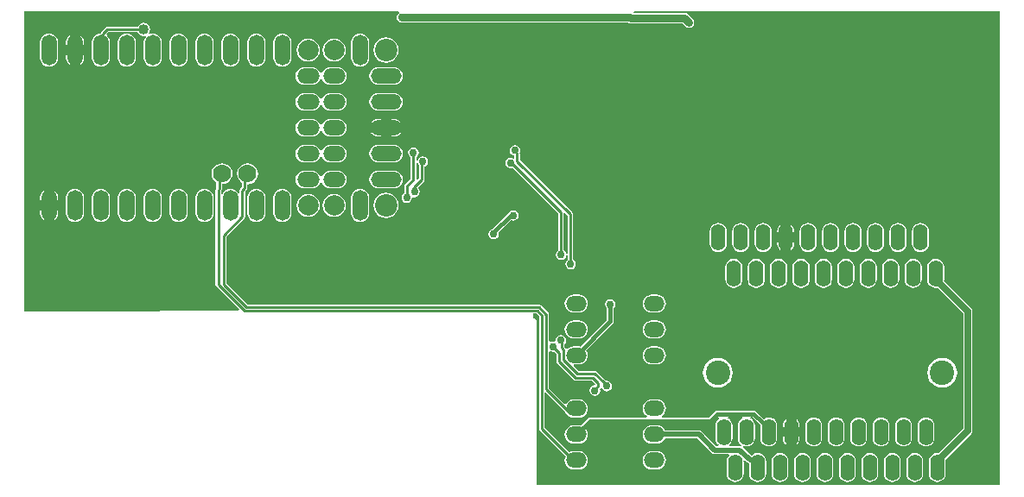
<source format=gbl>
G04*
G04 #@! TF.GenerationSoftware,Altium Limited,Altium Designer,21.0.8 (223)*
G04*
G04 Layer_Physical_Order=2*
G04 Layer_Color=16711680*
%FSLAX25Y25*%
%MOIN*%
G70*
G04*
G04 #@! TF.SameCoordinates,DCAF0548-D6C3-4AC8-9B6B-16820CB23C6F*
G04*
G04*
G04 #@! TF.FilePolarity,Positive*
G04*
G01*
G75*
%ADD10C,0.01000*%
%ADD58C,0.03000*%
%ADD60C,0.01500*%
%ADD61C,0.02000*%
%ADD64C,0.08661*%
%ADD65C,0.07874*%
%ADD66O,0.05906X0.11811*%
%ADD67O,0.11811X0.05906*%
%ADD68O,0.08661X0.05906*%
%ADD69O,0.05512X0.10236*%
%ADD70O,0.07874X0.05906*%
%ADD71C,0.09449*%
%ADD72C,0.03000*%
%ADD73C,0.07000*%
%ADD74C,0.04000*%
%ADD75C,0.02500*%
G36*
X374980Y218720D02*
X196420Y218720D01*
Y282200D01*
X196342Y282590D01*
X196121Y282921D01*
X195790Y283142D01*
X195400Y283220D01*
X195200D01*
Y284980D01*
X196278D01*
X197380Y283878D01*
Y240639D01*
X197458Y240249D01*
X197679Y239918D01*
X207651Y229947D01*
X207352Y229225D01*
X207233Y228324D01*
X207352Y227422D01*
X207700Y226582D01*
X208253Y225861D01*
X208975Y225308D01*
X209814Y224960D01*
X210716Y224841D01*
X212684D01*
X213586Y224960D01*
X214425Y225308D01*
X215147Y225861D01*
X215700Y226582D01*
X216048Y227422D01*
X216167Y228324D01*
X216048Y229225D01*
X215700Y230065D01*
X215147Y230786D01*
X214425Y231340D01*
X213586Y231688D01*
X212684Y231806D01*
X210716D01*
X209814Y231688D01*
X209093Y231389D01*
X199420Y241062D01*
Y254331D01*
X199920Y254538D01*
X207575Y246883D01*
X207700Y246582D01*
X208253Y245861D01*
X208975Y245308D01*
X209814Y244960D01*
X210716Y244841D01*
X212684D01*
X213586Y244960D01*
X214425Y245308D01*
X215147Y245861D01*
X215700Y246582D01*
X216048Y247422D01*
X216167Y248324D01*
X216048Y249225D01*
X215700Y250065D01*
X215147Y250786D01*
X214425Y251340D01*
X213586Y251688D01*
X212684Y251806D01*
X210716D01*
X209814Y251688D01*
X208975Y251340D01*
X208253Y250786D01*
X207823Y250226D01*
X207233Y250109D01*
X201239Y256103D01*
Y270283D01*
X201739Y270550D01*
X201939Y270416D01*
X202720Y270261D01*
X203147Y270346D01*
X204133Y269360D01*
Y266596D01*
X204210Y266205D01*
X204431Y265875D01*
X210827Y259479D01*
X211157Y259258D01*
X211547Y259180D01*
X217794D01*
X219113Y257862D01*
Y257807D01*
X218900Y257339D01*
X218120Y257184D01*
X217458Y256742D01*
X217016Y256080D01*
X216861Y255300D01*
X217016Y254520D01*
X217458Y253858D01*
X218120Y253416D01*
X218900Y253261D01*
X219680Y253416D01*
X220342Y253858D01*
X220784Y254520D01*
X220939Y255300D01*
X220828Y255858D01*
X221029Y256079D01*
X221075Y256093D01*
X221610Y256041D01*
X221933Y255558D01*
X222594Y255116D01*
X223375Y254961D01*
X224155Y255116D01*
X224817Y255558D01*
X225259Y256220D01*
X225414Y257000D01*
X225259Y257780D01*
X224817Y258442D01*
X224155Y258884D01*
X223375Y259039D01*
X223143Y258993D01*
X222353Y259783D01*
X222353Y259783D01*
X219605Y262532D01*
X219274Y262753D01*
X218884Y262830D01*
X212637D01*
X210496Y264972D01*
X210658Y265300D01*
X210757Y265418D01*
X212684D01*
X213586Y265536D01*
X214425Y265884D01*
X215147Y266438D01*
X215700Y267159D01*
X216048Y267999D01*
X216167Y268900D01*
X216048Y269801D01*
X215700Y270641D01*
X215502Y270900D01*
X225701Y281099D01*
X225977Y281512D01*
X226075Y282000D01*
Y287046D01*
X226242Y287158D01*
X226684Y287820D01*
X226839Y288600D01*
X226684Y289380D01*
X226242Y290042D01*
X225580Y290484D01*
X224800Y290639D01*
X224020Y290484D01*
X223358Y290042D01*
X222916Y289380D01*
X222761Y288600D01*
X222916Y287820D01*
X223358Y287158D01*
X223526Y287046D01*
Y282528D01*
X213299Y272302D01*
X212684Y272382D01*
X210716D01*
X209814Y272264D01*
X208975Y271916D01*
X208253Y271362D01*
X208242Y271348D01*
X207708Y271473D01*
X207705Y271486D01*
X207484Y271817D01*
X207102Y272199D01*
Y273232D01*
X207142Y273258D01*
X207584Y273920D01*
X207739Y274700D01*
X207584Y275480D01*
X207142Y276142D01*
X206480Y276584D01*
X205700Y276739D01*
X204920Y276584D01*
X204258Y276142D01*
X203816Y275480D01*
X203661Y274700D01*
X203676Y274622D01*
X203243Y274235D01*
X202720Y274339D01*
X201939Y274184D01*
X201739Y274050D01*
X201239Y274318D01*
Y284602D01*
X201162Y284992D01*
X200941Y285323D01*
X198042Y288221D01*
X197712Y288442D01*
X197321Y288520D01*
X84844D01*
X76705Y296658D01*
Y314678D01*
X83621Y321593D01*
X83842Y321924D01*
X83920Y322314D01*
Y332178D01*
X84473Y332731D01*
X84694Y333062D01*
X84772Y333452D01*
Y334853D01*
X84900Y334965D01*
X85944Y335103D01*
X86917Y335506D01*
X87753Y336147D01*
X88394Y336983D01*
X88797Y337956D01*
X88934Y339000D01*
X88797Y340044D01*
X88394Y341017D01*
X87753Y341853D01*
X86917Y342494D01*
X85944Y342897D01*
X84900Y343035D01*
X83856Y342897D01*
X82883Y342494D01*
X82047Y341853D01*
X81406Y341017D01*
X81003Y340044D01*
X80866Y339000D01*
X81003Y337956D01*
X81406Y336983D01*
X82047Y336147D01*
X82732Y335621D01*
Y333874D01*
X82179Y333321D01*
X81958Y332990D01*
X81880Y332600D01*
Y331438D01*
X81380Y331339D01*
X81316Y331494D01*
X80762Y332215D01*
X80041Y332769D01*
X79201Y333117D01*
X78300Y333235D01*
X77399Y333117D01*
X76559Y332769D01*
X75837Y332215D01*
X75284Y331494D01*
X75120Y331097D01*
X74620Y331196D01*
Y332478D01*
X74637Y332495D01*
X74858Y332826D01*
X74935Y333216D01*
Y334902D01*
X75064Y335015D01*
X76108Y335153D01*
X77081Y335556D01*
X77917Y336197D01*
X78558Y337032D01*
X78961Y338005D01*
X79098Y339050D01*
X78961Y340094D01*
X78558Y341067D01*
X77917Y341902D01*
X77081Y342544D01*
X76108Y342947D01*
X75064Y343084D01*
X74020Y342947D01*
X73046Y342544D01*
X72211Y341902D01*
X71570Y341067D01*
X71167Y340094D01*
X71029Y339050D01*
X71167Y338005D01*
X71570Y337032D01*
X72211Y336197D01*
X72896Y335671D01*
Y333638D01*
X72879Y333621D01*
X72658Y333290D01*
X72580Y332900D01*
Y296200D01*
X72658Y295810D01*
X72879Y295479D01*
X81662Y286696D01*
X81472Y286234D01*
X20047Y285922D01*
X-826Y285816D01*
X-1180Y286168D01*
Y401697D01*
X143189D01*
X143340Y401197D01*
X142958Y400942D01*
X142516Y400280D01*
X142361Y399500D01*
X142516Y398720D01*
X142958Y398058D01*
X143620Y397616D01*
X144400Y397461D01*
X231647D01*
X232013Y397216D01*
X232794Y397061D01*
X232947Y397091D01*
X233100Y397061D01*
X252655D01*
X253758Y395958D01*
X254420Y395516D01*
X255200Y395361D01*
X255980Y395516D01*
X256642Y395958D01*
X257084Y396620D01*
X257239Y397400D01*
X257084Y398180D01*
X256642Y398842D01*
X254942Y400542D01*
X254280Y400984D01*
X253500Y401139D01*
X233959D01*
X233907Y401197D01*
X234132Y401697D01*
X374980D01*
Y218720D01*
D02*
G37*
%LPC*%
G36*
X20268Y392594D02*
Y388769D01*
X21782D01*
Y389753D01*
X21664Y390654D01*
X21316Y391494D01*
X20763Y392215D01*
X20268Y392594D01*
D02*
G37*
G36*
X16331D02*
X15837Y392215D01*
X15284Y391494D01*
X14936Y390654D01*
X14818Y389753D01*
Y388769D01*
X16331D01*
Y392594D01*
D02*
G37*
G36*
X118300Y391275D02*
X117142Y391123D01*
X116062Y390676D01*
X115136Y389965D01*
X114424Y389038D01*
X113977Y387958D01*
X113825Y386800D01*
X113977Y385642D01*
X114424Y384562D01*
X115136Y383635D01*
X116062Y382924D01*
X117142Y382477D01*
X118300Y382325D01*
X119458Y382477D01*
X120538Y382924D01*
X121465Y383635D01*
X122176Y384562D01*
X122623Y385642D01*
X122775Y386800D01*
X122623Y387958D01*
X122176Y389038D01*
X121465Y389965D01*
X120538Y390676D01*
X119458Y391123D01*
X118300Y391275D01*
D02*
G37*
G36*
X108300D02*
X107142Y391123D01*
X106062Y390676D01*
X105136Y389965D01*
X104424Y389038D01*
X103977Y387958D01*
X103825Y386800D01*
X103977Y385642D01*
X104424Y384562D01*
X105136Y383635D01*
X106062Y382924D01*
X107142Y382477D01*
X108300Y382325D01*
X109458Y382477D01*
X110538Y382924D01*
X111465Y383635D01*
X112176Y384562D01*
X112623Y385642D01*
X112775Y386800D01*
X112623Y387958D01*
X112176Y389038D01*
X111465Y389965D01*
X110538Y390676D01*
X109458Y391123D01*
X108300Y391275D01*
D02*
G37*
G36*
X138300Y391672D02*
X137039Y391506D01*
X135864Y391020D01*
X134855Y390245D01*
X134080Y389236D01*
X133594Y388061D01*
X133428Y386800D01*
X133594Y385539D01*
X134080Y384364D01*
X134855Y383355D01*
X135864Y382580D01*
X137039Y382094D01*
X138300Y381928D01*
X139561Y382094D01*
X140736Y382580D01*
X141745Y383355D01*
X142520Y384364D01*
X143006Y385539D01*
X143172Y386800D01*
X143006Y388061D01*
X142520Y389236D01*
X141745Y390245D01*
X140736Y391020D01*
X139561Y391506D01*
X138300Y391672D01*
D02*
G37*
G36*
X21782Y384832D02*
X20268D01*
Y381006D01*
X20763Y381385D01*
X21316Y382106D01*
X21664Y382946D01*
X21782Y383847D01*
Y384832D01*
D02*
G37*
G36*
X16331D02*
X14818D01*
Y383847D01*
X14936Y382946D01*
X15284Y382106D01*
X15837Y381385D01*
X16331Y381006D01*
Y384832D01*
D02*
G37*
G36*
X128300Y393235D02*
X127399Y393117D01*
X126559Y392769D01*
X125838Y392215D01*
X125284Y391494D01*
X124936Y390654D01*
X124818Y389753D01*
Y383847D01*
X124936Y382946D01*
X125284Y382106D01*
X125838Y381385D01*
X126559Y380831D01*
X127399Y380483D01*
X128300Y380365D01*
X129201Y380483D01*
X130041Y380831D01*
X130763Y381385D01*
X131316Y382106D01*
X131664Y382946D01*
X131782Y383847D01*
Y389753D01*
X131664Y390654D01*
X131316Y391494D01*
X130763Y392215D01*
X130041Y392769D01*
X129201Y393117D01*
X128300Y393235D01*
D02*
G37*
G36*
X98300D02*
X97399Y393117D01*
X96559Y392769D01*
X95837Y392215D01*
X95284Y391494D01*
X94936Y390654D01*
X94818Y389753D01*
Y383847D01*
X94936Y382946D01*
X95284Y382106D01*
X95837Y381385D01*
X96559Y380831D01*
X97399Y380483D01*
X98300Y380365D01*
X99201Y380483D01*
X100041Y380831D01*
X100762Y381385D01*
X101316Y382106D01*
X101664Y382946D01*
X101783Y383847D01*
Y389753D01*
X101664Y390654D01*
X101316Y391494D01*
X100762Y392215D01*
X100041Y392769D01*
X99201Y393117D01*
X98300Y393235D01*
D02*
G37*
G36*
X88300D02*
X87399Y393117D01*
X86559Y392769D01*
X85838Y392215D01*
X85284Y391494D01*
X84936Y390654D01*
X84817Y389753D01*
Y383847D01*
X84936Y382946D01*
X85284Y382106D01*
X85838Y381385D01*
X86559Y380831D01*
X87399Y380483D01*
X88300Y380365D01*
X89201Y380483D01*
X90041Y380831D01*
X90763Y381385D01*
X91316Y382106D01*
X91664Y382946D01*
X91782Y383847D01*
Y389753D01*
X91664Y390654D01*
X91316Y391494D01*
X90763Y392215D01*
X90041Y392769D01*
X89201Y393117D01*
X88300Y393235D01*
D02*
G37*
G36*
X78300D02*
X77399Y393117D01*
X76559Y392769D01*
X75837Y392215D01*
X75284Y391494D01*
X74936Y390654D01*
X74818Y389753D01*
Y383847D01*
X74936Y382946D01*
X75284Y382106D01*
X75837Y381385D01*
X76559Y380831D01*
X77399Y380483D01*
X78300Y380365D01*
X79201Y380483D01*
X80041Y380831D01*
X80762Y381385D01*
X81316Y382106D01*
X81664Y382946D01*
X81783Y383847D01*
Y389753D01*
X81664Y390654D01*
X81316Y391494D01*
X80762Y392215D01*
X80041Y392769D01*
X79201Y393117D01*
X78300Y393235D01*
D02*
G37*
G36*
X68300D02*
X67399Y393117D01*
X66559Y392769D01*
X65838Y392215D01*
X65284Y391494D01*
X64936Y390654D01*
X64818Y389753D01*
Y383847D01*
X64936Y382946D01*
X65284Y382106D01*
X65838Y381385D01*
X66559Y380831D01*
X67399Y380483D01*
X68300Y380365D01*
X69201Y380483D01*
X70041Y380831D01*
X70762Y381385D01*
X71316Y382106D01*
X71664Y382946D01*
X71782Y383847D01*
Y389753D01*
X71664Y390654D01*
X71316Y391494D01*
X70762Y392215D01*
X70041Y392769D01*
X69201Y393117D01*
X68300Y393235D01*
D02*
G37*
G36*
X58300D02*
X57399Y393117D01*
X56559Y392769D01*
X55838Y392215D01*
X55284Y391494D01*
X54936Y390654D01*
X54817Y389753D01*
Y383847D01*
X54936Y382946D01*
X55284Y382106D01*
X55838Y381385D01*
X56559Y380831D01*
X57399Y380483D01*
X58300Y380365D01*
X59201Y380483D01*
X60041Y380831D01*
X60763Y381385D01*
X61316Y382106D01*
X61664Y382946D01*
X61782Y383847D01*
Y389753D01*
X61664Y390654D01*
X61316Y391494D01*
X60763Y392215D01*
X60041Y392769D01*
X59201Y393117D01*
X58300Y393235D01*
D02*
G37*
G36*
X44800Y397349D02*
X43824Y397155D01*
X42998Y396602D01*
X42474Y395820D01*
X30885D01*
X30494Y395742D01*
X30164Y395521D01*
X28480Y393838D01*
X28259Y393507D01*
X28203Y393222D01*
X27399Y393117D01*
X26559Y392769D01*
X25837Y392215D01*
X25284Y391494D01*
X24936Y390654D01*
X24817Y389753D01*
Y383847D01*
X24936Y382946D01*
X25284Y382106D01*
X25837Y381385D01*
X26559Y380831D01*
X27399Y380483D01*
X28300Y380365D01*
X29201Y380483D01*
X30041Y380831D01*
X30762Y381385D01*
X31316Y382106D01*
X31664Y382946D01*
X31782Y383847D01*
Y389753D01*
X31664Y390654D01*
X31316Y391494D01*
X30762Y392215D01*
X30585Y392351D01*
X30542Y393015D01*
X31307Y393780D01*
X42474D01*
X42998Y392998D01*
X43824Y392445D01*
X44800Y392251D01*
X45313Y392353D01*
X45595Y391899D01*
X45284Y391494D01*
X44936Y390654D01*
X44818Y389753D01*
Y383847D01*
X44936Y382946D01*
X45284Y382106D01*
X45838Y381385D01*
X46559Y380831D01*
X47399Y380483D01*
X48300Y380365D01*
X49201Y380483D01*
X50041Y380831D01*
X50762Y381385D01*
X51316Y382106D01*
X51664Y382946D01*
X51783Y383847D01*
Y389753D01*
X51664Y390654D01*
X51316Y391494D01*
X50762Y392215D01*
X50041Y392769D01*
X49201Y393117D01*
X48300Y393235D01*
X47399Y393117D01*
X47239Y393051D01*
X46908Y393455D01*
X47155Y393825D01*
X47349Y394800D01*
X47155Y395776D01*
X46602Y396602D01*
X45775Y397155D01*
X44800Y397349D01*
D02*
G37*
G36*
X38300Y393235D02*
X37399Y393117D01*
X36559Y392769D01*
X35838Y392215D01*
X35284Y391494D01*
X34936Y390654D01*
X34817Y389753D01*
Y383847D01*
X34936Y382946D01*
X35284Y382106D01*
X35838Y381385D01*
X36559Y380831D01*
X37399Y380483D01*
X38300Y380365D01*
X39201Y380483D01*
X40041Y380831D01*
X40762Y381385D01*
X41316Y382106D01*
X41664Y382946D01*
X41783Y383847D01*
Y389753D01*
X41664Y390654D01*
X41316Y391494D01*
X40762Y392215D01*
X40041Y392769D01*
X39201Y393117D01*
X38300Y393235D01*
D02*
G37*
G36*
X8300D02*
X7399Y393117D01*
X6559Y392769D01*
X5838Y392215D01*
X5284Y391494D01*
X4936Y390654D01*
X4817Y389753D01*
Y383847D01*
X4936Y382946D01*
X5284Y382106D01*
X5838Y381385D01*
X6559Y380831D01*
X7399Y380483D01*
X8300Y380365D01*
X9201Y380483D01*
X10041Y380831D01*
X10763Y381385D01*
X11316Y382106D01*
X11664Y382946D01*
X11783Y383847D01*
Y389753D01*
X11664Y390654D01*
X11316Y391494D01*
X10763Y392215D01*
X10041Y392769D01*
X9201Y393117D01*
X8300Y393235D01*
D02*
G37*
G36*
X119678Y380282D02*
X116922D01*
X116021Y380164D01*
X115181Y379816D01*
X114460Y379262D01*
X113906Y378541D01*
X113558Y377701D01*
X113552Y377656D01*
X113048D01*
X113042Y377701D01*
X112694Y378541D01*
X112141Y379262D01*
X111419Y379816D01*
X110579Y380164D01*
X109678Y380282D01*
X106922D01*
X106021Y380164D01*
X105181Y379816D01*
X104460Y379262D01*
X103906Y378541D01*
X103558Y377701D01*
X103439Y376800D01*
X103558Y375899D01*
X103906Y375059D01*
X104460Y374338D01*
X105181Y373784D01*
X106021Y373436D01*
X106922Y373318D01*
X109678D01*
X110579Y373436D01*
X111419Y373784D01*
X112141Y374338D01*
X112694Y375059D01*
X113042Y375899D01*
X113048Y375944D01*
X113552D01*
X113558Y375899D01*
X113906Y375059D01*
X114460Y374338D01*
X115181Y373784D01*
X116021Y373436D01*
X116922Y373318D01*
X119678D01*
X120579Y373436D01*
X121419Y373784D01*
X122141Y374338D01*
X122694Y375059D01*
X123042Y375899D01*
X123161Y376800D01*
X123042Y377701D01*
X122694Y378541D01*
X122141Y379262D01*
X121419Y379816D01*
X120579Y380164D01*
X119678Y380282D01*
D02*
G37*
G36*
X141253D02*
X135347D01*
X134446Y380164D01*
X133606Y379816D01*
X132885Y379262D01*
X132331Y378541D01*
X131983Y377701D01*
X131865Y376800D01*
X131983Y375899D01*
X132331Y375059D01*
X132885Y374338D01*
X133606Y373784D01*
X134446Y373436D01*
X135347Y373318D01*
X141253D01*
X142154Y373436D01*
X142994Y373784D01*
X143715Y374338D01*
X144269Y375059D01*
X144617Y375899D01*
X144735Y376800D01*
X144617Y377701D01*
X144269Y378541D01*
X143715Y379262D01*
X142994Y379816D01*
X142154Y380164D01*
X141253Y380282D01*
D02*
G37*
G36*
X119678Y370283D02*
X116922D01*
X116021Y370164D01*
X115181Y369816D01*
X114460Y369263D01*
X113906Y368541D01*
X113558Y367701D01*
X113552Y367656D01*
X113048D01*
X113042Y367701D01*
X112694Y368541D01*
X112141Y369263D01*
X111419Y369816D01*
X110579Y370164D01*
X109678Y370283D01*
X106922D01*
X106021Y370164D01*
X105181Y369816D01*
X104460Y369263D01*
X103906Y368541D01*
X103558Y367701D01*
X103439Y366800D01*
X103558Y365899D01*
X103906Y365059D01*
X104460Y364337D01*
X105181Y363784D01*
X106021Y363436D01*
X106922Y363317D01*
X109678D01*
X110579Y363436D01*
X111419Y363784D01*
X112141Y364337D01*
X112694Y365059D01*
X113042Y365899D01*
X113048Y365944D01*
X113552D01*
X113558Y365899D01*
X113906Y365059D01*
X114460Y364337D01*
X115181Y363784D01*
X116021Y363436D01*
X116922Y363317D01*
X119678D01*
X120579Y363436D01*
X121419Y363784D01*
X122141Y364337D01*
X122694Y365059D01*
X123042Y365899D01*
X123161Y366800D01*
X123042Y367701D01*
X122694Y368541D01*
X122141Y369263D01*
X121419Y369816D01*
X120579Y370164D01*
X119678Y370283D01*
D02*
G37*
G36*
X141253D02*
X135347D01*
X134446Y370164D01*
X133606Y369816D01*
X132885Y369263D01*
X132331Y368541D01*
X131983Y367701D01*
X131865Y366800D01*
X131983Y365899D01*
X132331Y365059D01*
X132885Y364337D01*
X133606Y363784D01*
X134446Y363436D01*
X135347Y363317D01*
X141253D01*
X142154Y363436D01*
X142994Y363784D01*
X143715Y364337D01*
X144269Y365059D01*
X144617Y365899D01*
X144735Y366800D01*
X144617Y367701D01*
X144269Y368541D01*
X143715Y369263D01*
X142994Y369816D01*
X142154Y370164D01*
X141253Y370283D01*
D02*
G37*
G36*
Y360282D02*
X140269D01*
Y358769D01*
X144094D01*
X143715Y359262D01*
X142994Y359816D01*
X142154Y360164D01*
X141253Y360282D01*
D02*
G37*
G36*
X136331D02*
X135347D01*
X134446Y360164D01*
X133606Y359816D01*
X132885Y359262D01*
X132506Y358769D01*
X136331D01*
Y360282D01*
D02*
G37*
G36*
X119678D02*
X116922D01*
X116021Y360164D01*
X115181Y359816D01*
X114460Y359262D01*
X113906Y358541D01*
X113558Y357701D01*
X113552Y357656D01*
X113048D01*
X113042Y357701D01*
X112694Y358541D01*
X112141Y359262D01*
X111419Y359816D01*
X110579Y360164D01*
X109678Y360282D01*
X106922D01*
X106021Y360164D01*
X105181Y359816D01*
X104460Y359262D01*
X103906Y358541D01*
X103558Y357701D01*
X103439Y356800D01*
X103558Y355899D01*
X103906Y355059D01*
X104460Y354338D01*
X105181Y353784D01*
X106021Y353436D01*
X106922Y353317D01*
X109678D01*
X110579Y353436D01*
X111419Y353784D01*
X112141Y354338D01*
X112694Y355059D01*
X113042Y355899D01*
X113048Y355944D01*
X113552D01*
X113558Y355899D01*
X113906Y355059D01*
X114460Y354338D01*
X115181Y353784D01*
X116021Y353436D01*
X116922Y353317D01*
X119678D01*
X120579Y353436D01*
X121419Y353784D01*
X122141Y354338D01*
X122694Y355059D01*
X123042Y355899D01*
X123161Y356800D01*
X123042Y357701D01*
X122694Y358541D01*
X122141Y359262D01*
X121419Y359816D01*
X120579Y360164D01*
X119678Y360282D01*
D02*
G37*
G36*
X144094Y354832D02*
X140269D01*
Y353317D01*
X141253D01*
X142154Y353436D01*
X142994Y353784D01*
X143715Y354338D01*
X144094Y354832D01*
D02*
G37*
G36*
X136331D02*
X132506D01*
X132885Y354338D01*
X133606Y353784D01*
X134446Y353436D01*
X135347Y353317D01*
X136331D01*
Y354832D01*
D02*
G37*
G36*
X119678Y350283D02*
X116922D01*
X116021Y350164D01*
X115181Y349816D01*
X114460Y349262D01*
X113906Y348541D01*
X113558Y347701D01*
X113552Y347656D01*
X113048D01*
X113042Y347701D01*
X112694Y348541D01*
X112141Y349262D01*
X111419Y349816D01*
X110579Y350164D01*
X109678Y350283D01*
X106922D01*
X106021Y350164D01*
X105181Y349816D01*
X104460Y349262D01*
X103906Y348541D01*
X103558Y347701D01*
X103439Y346800D01*
X103558Y345899D01*
X103906Y345059D01*
X104460Y344338D01*
X105181Y343784D01*
X106021Y343436D01*
X106922Y343318D01*
X109678D01*
X110579Y343436D01*
X111419Y343784D01*
X112141Y344338D01*
X112694Y345059D01*
X113042Y345899D01*
X113048Y345944D01*
X113552D01*
X113558Y345899D01*
X113906Y345059D01*
X114460Y344338D01*
X115181Y343784D01*
X116021Y343436D01*
X116922Y343318D01*
X119678D01*
X120579Y343436D01*
X121419Y343784D01*
X122141Y344338D01*
X122694Y345059D01*
X123042Y345899D01*
X123161Y346800D01*
X123042Y347701D01*
X122694Y348541D01*
X122141Y349262D01*
X121419Y349816D01*
X120579Y350164D01*
X119678Y350283D01*
D02*
G37*
G36*
X188100Y350039D02*
X187320Y349884D01*
X186658Y349442D01*
X186216Y348780D01*
X186061Y348000D01*
X186216Y347220D01*
X186658Y346558D01*
X187320Y346116D01*
X187880Y346005D01*
Y345151D01*
X187380Y344883D01*
X187080Y345084D01*
X186300Y345239D01*
X185520Y345084D01*
X184858Y344642D01*
X184416Y343980D01*
X184261Y343200D01*
X184416Y342420D01*
X184858Y341758D01*
X185520Y341316D01*
X186300Y341161D01*
X187080Y341316D01*
X187177Y341381D01*
X204874Y323684D01*
Y309430D01*
X204452Y309148D01*
X204010Y308487D01*
X203855Y307706D01*
X204010Y306926D01*
X204452Y306264D01*
X205113Y305822D01*
X205894Y305667D01*
X206674Y305822D01*
X207336Y306264D01*
X207778Y306926D01*
X207933Y307706D01*
X207778Y308487D01*
X207336Y309148D01*
X206913Y309430D01*
Y323766D01*
X207413Y323973D01*
X208480Y322906D01*
Y305824D01*
X208058Y305542D01*
X207616Y304880D01*
X207461Y304100D01*
X207616Y303320D01*
X208058Y302658D01*
X208720Y302216D01*
X209500Y302061D01*
X210280Y302216D01*
X210942Y302658D01*
X211384Y303320D01*
X211539Y304100D01*
X211384Y304880D01*
X210942Y305542D01*
X210520Y305824D01*
Y323328D01*
X210442Y323719D01*
X210221Y324049D01*
X189920Y344351D01*
Y346800D01*
X189870Y347049D01*
X189984Y347220D01*
X190139Y348000D01*
X189984Y348780D01*
X189542Y349442D01*
X188880Y349884D01*
X188100Y350039D01*
D02*
G37*
G36*
X141253Y350283D02*
X135347D01*
X134446Y350164D01*
X133606Y349816D01*
X132885Y349262D01*
X132331Y348541D01*
X131983Y347701D01*
X131865Y346800D01*
X131983Y345899D01*
X132331Y345059D01*
X132885Y344338D01*
X133606Y343784D01*
X134446Y343436D01*
X135347Y343318D01*
X141253D01*
X142154Y343436D01*
X142994Y343784D01*
X143715Y344338D01*
X144269Y345059D01*
X144617Y345899D01*
X144735Y346800D01*
X144617Y347701D01*
X144269Y348541D01*
X143715Y349262D01*
X142994Y349816D01*
X142154Y350164D01*
X141253Y350283D01*
D02*
G37*
G36*
X119678Y340283D02*
X116922D01*
X116021Y340164D01*
X115181Y339816D01*
X114460Y339263D01*
X113906Y338541D01*
X113558Y337701D01*
X113552Y337656D01*
X113048D01*
X113042Y337701D01*
X112694Y338541D01*
X112141Y339263D01*
X111419Y339816D01*
X110579Y340164D01*
X109678Y340283D01*
X106922D01*
X106021Y340164D01*
X105181Y339816D01*
X104460Y339263D01*
X103906Y338541D01*
X103558Y337701D01*
X103439Y336800D01*
X103558Y335899D01*
X103906Y335059D01*
X104460Y334337D01*
X105181Y333784D01*
X106021Y333436D01*
X106922Y333317D01*
X109678D01*
X110579Y333436D01*
X111419Y333784D01*
X112141Y334337D01*
X112694Y335059D01*
X113042Y335899D01*
X113048Y335944D01*
X113552D01*
X113558Y335899D01*
X113906Y335059D01*
X114460Y334337D01*
X115181Y333784D01*
X116021Y333436D01*
X116922Y333317D01*
X119678D01*
X120579Y333436D01*
X121419Y333784D01*
X122141Y334337D01*
X122694Y335059D01*
X123042Y335899D01*
X123161Y336800D01*
X123042Y337701D01*
X122694Y338541D01*
X122141Y339263D01*
X121419Y339816D01*
X120579Y340164D01*
X119678Y340283D01*
D02*
G37*
G36*
X141253D02*
X135347D01*
X134446Y340164D01*
X133606Y339816D01*
X132885Y339263D01*
X132331Y338541D01*
X131983Y337701D01*
X131865Y336800D01*
X131983Y335899D01*
X132331Y335059D01*
X132885Y334337D01*
X133606Y333784D01*
X134446Y333436D01*
X135347Y333317D01*
X141253D01*
X142154Y333436D01*
X142994Y333784D01*
X143715Y334337D01*
X144269Y335059D01*
X144617Y335899D01*
X144735Y336800D01*
X144617Y337701D01*
X144269Y338541D01*
X143715Y339263D01*
X142994Y339816D01*
X142154Y340164D01*
X141253Y340283D01*
D02*
G37*
G36*
X148900Y349239D02*
X148120Y349084D01*
X147458Y348642D01*
X147016Y347980D01*
X146861Y347200D01*
X147016Y346420D01*
X147458Y345758D01*
X147880Y345476D01*
Y337222D01*
X145579Y334921D01*
X145358Y334590D01*
X145280Y334200D01*
Y331488D01*
X144875Y331218D01*
X144433Y330556D01*
X144278Y329776D01*
X144433Y328995D01*
X144875Y328334D01*
X145537Y327892D01*
X146317Y327736D01*
X147098Y327892D01*
X147759Y328334D01*
X148201Y328995D01*
X148338Y329681D01*
X148384Y329793D01*
X148810Y330058D01*
X149300Y329961D01*
X150080Y330116D01*
X150742Y330558D01*
X151184Y331220D01*
X151339Y332000D01*
X151184Y332780D01*
X150742Y333442D01*
X150735Y333447D01*
X150686Y333944D01*
X152921Y336179D01*
X153142Y336510D01*
X153220Y336900D01*
Y341804D01*
X153280Y341816D01*
X153942Y342258D01*
X154384Y342920D01*
X154539Y343700D01*
X154384Y344480D01*
X153942Y345142D01*
X153280Y345584D01*
X152500Y345739D01*
X151720Y345584D01*
X151058Y345142D01*
X150616Y344480D01*
X150461Y343700D01*
X150616Y342920D01*
X151058Y342258D01*
X151180Y342176D01*
Y337322D01*
X150373Y336514D01*
X149912Y336761D01*
X149920Y336800D01*
Y345476D01*
X150342Y345758D01*
X150784Y346420D01*
X150939Y347200D01*
X150784Y347980D01*
X150342Y348642D01*
X149680Y349084D01*
X148900Y349239D01*
D02*
G37*
G36*
X10268Y332594D02*
Y328768D01*
X11783D01*
Y329753D01*
X11664Y330654D01*
X11316Y331494D01*
X10763Y332215D01*
X10268Y332594D01*
D02*
G37*
G36*
X6331D02*
X5838Y332215D01*
X5284Y331494D01*
X4936Y330654D01*
X4817Y329753D01*
Y328768D01*
X6331D01*
Y332594D01*
D02*
G37*
G36*
X118300Y331275D02*
X117142Y331123D01*
X116062Y330676D01*
X115136Y329964D01*
X114424Y329038D01*
X113977Y327958D01*
X113825Y326800D01*
X113977Y325642D01*
X114424Y324562D01*
X115136Y323636D01*
X116062Y322924D01*
X117142Y322477D01*
X118300Y322325D01*
X119458Y322477D01*
X120538Y322924D01*
X121465Y323636D01*
X122176Y324562D01*
X122623Y325642D01*
X122775Y326800D01*
X122623Y327958D01*
X122176Y329038D01*
X121465Y329964D01*
X120538Y330676D01*
X119458Y331123D01*
X118300Y331275D01*
D02*
G37*
G36*
X108300D02*
X107142Y331123D01*
X106062Y330676D01*
X105136Y329964D01*
X104424Y329038D01*
X103977Y327958D01*
X103825Y326800D01*
X103977Y325642D01*
X104424Y324562D01*
X105136Y323636D01*
X106062Y322924D01*
X107142Y322477D01*
X108300Y322325D01*
X109458Y322477D01*
X110538Y322924D01*
X111465Y323636D01*
X112176Y324562D01*
X112623Y325642D01*
X112775Y326800D01*
X112623Y327958D01*
X112176Y329038D01*
X111465Y329964D01*
X110538Y330676D01*
X109458Y331123D01*
X108300Y331275D01*
D02*
G37*
G36*
X138300Y331672D02*
X137039Y331506D01*
X135864Y331020D01*
X134855Y330245D01*
X134080Y329236D01*
X133594Y328061D01*
X133428Y326800D01*
X133594Y325539D01*
X134080Y324364D01*
X134855Y323355D01*
X135864Y322580D01*
X137039Y322094D01*
X138300Y321928D01*
X139561Y322094D01*
X140736Y322580D01*
X141745Y323355D01*
X142520Y324364D01*
X143006Y325539D01*
X143172Y326800D01*
X143006Y328061D01*
X142520Y329236D01*
X141745Y330245D01*
X140736Y331020D01*
X139561Y331506D01*
X138300Y331672D01*
D02*
G37*
G36*
X11783Y324832D02*
X10268D01*
Y321006D01*
X10763Y321385D01*
X11316Y322106D01*
X11664Y322946D01*
X11783Y323847D01*
Y324832D01*
D02*
G37*
G36*
X6331D02*
X4817D01*
Y323847D01*
X4936Y322946D01*
X5284Y322106D01*
X5838Y321385D01*
X6331Y321006D01*
Y324832D01*
D02*
G37*
G36*
X187400Y324939D02*
X186620Y324784D01*
X185958Y324342D01*
X185757Y324040D01*
X185399Y323801D01*
X179222Y317624D01*
X179020Y317584D01*
X178358Y317142D01*
X177916Y316480D01*
X177761Y315700D01*
X177916Y314920D01*
X178358Y314258D01*
X179020Y313816D01*
X179800Y313661D01*
X180580Y313816D01*
X181242Y314258D01*
X181684Y314920D01*
X181839Y315700D01*
X181684Y316480D01*
X181684Y316481D01*
X186379Y321177D01*
X186620Y321016D01*
X187400Y320861D01*
X188180Y321016D01*
X188842Y321458D01*
X189284Y322120D01*
X189439Y322900D01*
X189284Y323680D01*
X188842Y324342D01*
X188180Y324784D01*
X187400Y324939D01*
D02*
G37*
G36*
X128300Y333235D02*
X127399Y333117D01*
X126559Y332769D01*
X125838Y332215D01*
X125284Y331494D01*
X124936Y330654D01*
X124818Y329753D01*
Y323847D01*
X124936Y322946D01*
X125284Y322106D01*
X125838Y321385D01*
X126559Y320831D01*
X127399Y320483D01*
X128300Y320365D01*
X129201Y320483D01*
X130041Y320831D01*
X130763Y321385D01*
X131316Y322106D01*
X131664Y322946D01*
X131782Y323847D01*
Y329753D01*
X131664Y330654D01*
X131316Y331494D01*
X130763Y332215D01*
X130041Y332769D01*
X129201Y333117D01*
X128300Y333235D01*
D02*
G37*
G36*
X98300D02*
X97399Y333117D01*
X96559Y332769D01*
X95837Y332215D01*
X95284Y331494D01*
X94936Y330654D01*
X94818Y329753D01*
Y323847D01*
X94936Y322946D01*
X95284Y322106D01*
X95837Y321385D01*
X96559Y320831D01*
X97399Y320483D01*
X98300Y320365D01*
X99201Y320483D01*
X100041Y320831D01*
X100762Y321385D01*
X101316Y322106D01*
X101664Y322946D01*
X101783Y323847D01*
Y329753D01*
X101664Y330654D01*
X101316Y331494D01*
X100762Y332215D01*
X100041Y332769D01*
X99201Y333117D01*
X98300Y333235D01*
D02*
G37*
G36*
X88300D02*
X87399Y333117D01*
X86559Y332769D01*
X85838Y332215D01*
X85284Y331494D01*
X84936Y330654D01*
X84817Y329753D01*
Y323847D01*
X84936Y322946D01*
X85284Y322106D01*
X85838Y321385D01*
X86559Y320831D01*
X87399Y320483D01*
X88300Y320365D01*
X89201Y320483D01*
X90041Y320831D01*
X90763Y321385D01*
X91316Y322106D01*
X91664Y322946D01*
X91782Y323847D01*
Y329753D01*
X91664Y330654D01*
X91316Y331494D01*
X90763Y332215D01*
X90041Y332769D01*
X89201Y333117D01*
X88300Y333235D01*
D02*
G37*
G36*
X68300D02*
X67399Y333117D01*
X66559Y332769D01*
X65838Y332215D01*
X65284Y331494D01*
X64936Y330654D01*
X64818Y329753D01*
Y323847D01*
X64936Y322946D01*
X65284Y322106D01*
X65838Y321385D01*
X66559Y320831D01*
X67399Y320483D01*
X68300Y320365D01*
X69201Y320483D01*
X70041Y320831D01*
X70762Y321385D01*
X71316Y322106D01*
X71664Y322946D01*
X71782Y323847D01*
Y329753D01*
X71664Y330654D01*
X71316Y331494D01*
X70762Y332215D01*
X70041Y332769D01*
X69201Y333117D01*
X68300Y333235D01*
D02*
G37*
G36*
X58300D02*
X57399Y333117D01*
X56559Y332769D01*
X55838Y332215D01*
X55284Y331494D01*
X54936Y330654D01*
X54817Y329753D01*
Y323847D01*
X54936Y322946D01*
X55284Y322106D01*
X55838Y321385D01*
X56559Y320831D01*
X57399Y320483D01*
X58300Y320365D01*
X59201Y320483D01*
X60041Y320831D01*
X60763Y321385D01*
X61316Y322106D01*
X61664Y322946D01*
X61782Y323847D01*
Y329753D01*
X61664Y330654D01*
X61316Y331494D01*
X60763Y332215D01*
X60041Y332769D01*
X59201Y333117D01*
X58300Y333235D01*
D02*
G37*
G36*
X48300D02*
X47399Y333117D01*
X46559Y332769D01*
X45838Y332215D01*
X45284Y331494D01*
X44936Y330654D01*
X44818Y329753D01*
Y323847D01*
X44936Y322946D01*
X45284Y322106D01*
X45838Y321385D01*
X46559Y320831D01*
X47399Y320483D01*
X48300Y320365D01*
X49201Y320483D01*
X50041Y320831D01*
X50762Y321385D01*
X51316Y322106D01*
X51664Y322946D01*
X51783Y323847D01*
Y329753D01*
X51664Y330654D01*
X51316Y331494D01*
X50762Y332215D01*
X50041Y332769D01*
X49201Y333117D01*
X48300Y333235D01*
D02*
G37*
G36*
X38300D02*
X37399Y333117D01*
X36559Y332769D01*
X35838Y332215D01*
X35284Y331494D01*
X34936Y330654D01*
X34817Y329753D01*
Y323847D01*
X34936Y322946D01*
X35284Y322106D01*
X35838Y321385D01*
X36559Y320831D01*
X37399Y320483D01*
X38300Y320365D01*
X39201Y320483D01*
X40041Y320831D01*
X40762Y321385D01*
X41316Y322106D01*
X41664Y322946D01*
X41783Y323847D01*
Y329753D01*
X41664Y330654D01*
X41316Y331494D01*
X40762Y332215D01*
X40041Y332769D01*
X39201Y333117D01*
X38300Y333235D01*
D02*
G37*
G36*
X28300D02*
X27399Y333117D01*
X26559Y332769D01*
X25837Y332215D01*
X25284Y331494D01*
X24936Y330654D01*
X24817Y329753D01*
Y323847D01*
X24936Y322946D01*
X25284Y322106D01*
X25837Y321385D01*
X26559Y320831D01*
X27399Y320483D01*
X28300Y320365D01*
X29201Y320483D01*
X30041Y320831D01*
X30762Y321385D01*
X31316Y322106D01*
X31664Y322946D01*
X31782Y323847D01*
Y329753D01*
X31664Y330654D01*
X31316Y331494D01*
X30762Y332215D01*
X30041Y332769D01*
X29201Y333117D01*
X28300Y333235D01*
D02*
G37*
G36*
X18300D02*
X17399Y333117D01*
X16559Y332769D01*
X15837Y332215D01*
X15284Y331494D01*
X14936Y330654D01*
X14818Y329753D01*
Y323847D01*
X14936Y322946D01*
X15284Y322106D01*
X15837Y321385D01*
X16559Y320831D01*
X17399Y320483D01*
X18300Y320365D01*
X19201Y320483D01*
X20041Y320831D01*
X20763Y321385D01*
X21316Y322106D01*
X21664Y322946D01*
X21782Y323847D01*
Y329753D01*
X21664Y330654D01*
X21316Y331494D01*
X20763Y332215D01*
X20041Y332769D01*
X19201Y333117D01*
X18300Y333235D01*
D02*
G37*
G36*
X294475Y319354D02*
Y316367D01*
X295791D01*
Y316760D01*
X295679Y317610D01*
X295351Y318402D01*
X294829Y319082D01*
X294475Y319354D01*
D02*
G37*
G36*
X290538D02*
X290185Y319082D01*
X289663Y318402D01*
X289335Y317610D01*
X289223Y316760D01*
Y316367D01*
X290538D01*
Y319354D01*
D02*
G37*
G36*
X295791Y312430D02*
X294475D01*
Y309442D01*
X294829Y309714D01*
X295351Y310394D01*
X295679Y311186D01*
X295791Y312036D01*
Y312430D01*
D02*
G37*
G36*
X290538D02*
X289223D01*
Y312036D01*
X289335Y311186D01*
X289663Y310394D01*
X290185Y309714D01*
X290538Y309442D01*
Y312430D01*
D02*
G37*
G36*
X344475Y320044D02*
X343625Y319932D01*
X342833Y319604D01*
X342153Y319082D01*
X341631Y318402D01*
X341303Y317610D01*
X341191Y316760D01*
Y312036D01*
X341303Y311186D01*
X341631Y310394D01*
X342153Y309714D01*
X342833Y309192D01*
X343625Y308864D01*
X344475Y308752D01*
X345325Y308864D01*
X346117Y309192D01*
X346797Y309714D01*
X347319Y310394D01*
X347647Y311186D01*
X347759Y312036D01*
Y316760D01*
X347647Y317610D01*
X347319Y318402D01*
X346797Y319082D01*
X346117Y319604D01*
X345325Y319932D01*
X344475Y320044D01*
D02*
G37*
G36*
X335814D02*
X334964Y319932D01*
X334172Y319604D01*
X333492Y319082D01*
X332970Y318402D01*
X332642Y317610D01*
X332530Y316760D01*
Y312036D01*
X332642Y311186D01*
X332970Y310394D01*
X333492Y309714D01*
X334172Y309192D01*
X334964Y308864D01*
X335814Y308752D01*
X336664Y308864D01*
X337456Y309192D01*
X338136Y309714D01*
X338658Y310394D01*
X338986Y311186D01*
X339098Y312036D01*
Y316760D01*
X338986Y317610D01*
X338658Y318402D01*
X338136Y319082D01*
X337456Y319604D01*
X336664Y319932D01*
X335814Y320044D01*
D02*
G37*
G36*
X327152D02*
X326302Y319932D01*
X325510Y319604D01*
X324830Y319082D01*
X324308Y318402D01*
X323980Y317610D01*
X323868Y316760D01*
Y312036D01*
X323980Y311186D01*
X324308Y310394D01*
X324830Y309714D01*
X325510Y309192D01*
X326302Y308864D01*
X327152Y308752D01*
X328002Y308864D01*
X328794Y309192D01*
X329474Y309714D01*
X329996Y310394D01*
X330324Y311186D01*
X330436Y312036D01*
Y316760D01*
X330324Y317610D01*
X329996Y318402D01*
X329474Y319082D01*
X328794Y319604D01*
X328002Y319932D01*
X327152Y320044D01*
D02*
G37*
G36*
X318491D02*
X317641Y319932D01*
X316849Y319604D01*
X316169Y319082D01*
X315647Y318402D01*
X315319Y317610D01*
X315207Y316760D01*
Y312036D01*
X315319Y311186D01*
X315647Y310394D01*
X316169Y309714D01*
X316849Y309192D01*
X317641Y308864D01*
X318491Y308752D01*
X319341Y308864D01*
X320133Y309192D01*
X320813Y309714D01*
X321335Y310394D01*
X321663Y311186D01*
X321775Y312036D01*
Y316760D01*
X321663Y317610D01*
X321335Y318402D01*
X320813Y319082D01*
X320133Y319604D01*
X319341Y319932D01*
X318491Y320044D01*
D02*
G37*
G36*
X309830D02*
X308980Y319932D01*
X308188Y319604D01*
X307508Y319082D01*
X306986Y318402D01*
X306658Y317610D01*
X306546Y316760D01*
Y312036D01*
X306658Y311186D01*
X306986Y310394D01*
X307508Y309714D01*
X308188Y309192D01*
X308980Y308864D01*
X309830Y308752D01*
X310680Y308864D01*
X311472Y309192D01*
X312152Y309714D01*
X312674Y310394D01*
X313002Y311186D01*
X313114Y312036D01*
Y316760D01*
X313002Y317610D01*
X312674Y318402D01*
X312152Y319082D01*
X311472Y319604D01*
X310680Y319932D01*
X309830Y320044D01*
D02*
G37*
G36*
X301168D02*
X300318Y319932D01*
X299526Y319604D01*
X298846Y319082D01*
X298324Y318402D01*
X297996Y317610D01*
X297884Y316760D01*
Y312036D01*
X297996Y311186D01*
X298324Y310394D01*
X298846Y309714D01*
X299526Y309192D01*
X300318Y308864D01*
X301168Y308752D01*
X302018Y308864D01*
X302810Y309192D01*
X303490Y309714D01*
X304012Y310394D01*
X304340Y311186D01*
X304452Y312036D01*
Y316760D01*
X304340Y317610D01*
X304012Y318402D01*
X303490Y319082D01*
X302810Y319604D01*
X302018Y319932D01*
X301168Y320044D01*
D02*
G37*
G36*
X283845D02*
X282995Y319932D01*
X282203Y319604D01*
X281523Y319082D01*
X281001Y318402D01*
X280673Y317610D01*
X280561Y316760D01*
Y312036D01*
X280673Y311186D01*
X281001Y310394D01*
X281523Y309714D01*
X282203Y309192D01*
X282995Y308864D01*
X283845Y308752D01*
X284695Y308864D01*
X285487Y309192D01*
X286167Y309714D01*
X286689Y310394D01*
X287017Y311186D01*
X287129Y312036D01*
Y316760D01*
X287017Y317610D01*
X286689Y318402D01*
X286167Y319082D01*
X285487Y319604D01*
X284695Y319932D01*
X283845Y320044D01*
D02*
G37*
G36*
X275184D02*
X274334Y319932D01*
X273542Y319604D01*
X272862Y319082D01*
X272340Y318402D01*
X272012Y317610D01*
X271900Y316760D01*
Y312036D01*
X272012Y311186D01*
X272340Y310394D01*
X272862Y309714D01*
X273542Y309192D01*
X274334Y308864D01*
X275184Y308752D01*
X276034Y308864D01*
X276826Y309192D01*
X277506Y309714D01*
X278028Y310394D01*
X278356Y311186D01*
X278468Y312036D01*
Y316760D01*
X278356Y317610D01*
X278028Y318402D01*
X277506Y319082D01*
X276826Y319604D01*
X276034Y319932D01*
X275184Y320044D01*
D02*
G37*
G36*
X266523D02*
X265673Y319932D01*
X264881Y319604D01*
X264201Y319082D01*
X263679Y318402D01*
X263351Y317610D01*
X263239Y316760D01*
Y312036D01*
X263351Y311186D01*
X263679Y310394D01*
X264201Y309714D01*
X264881Y309192D01*
X265673Y308864D01*
X266523Y308752D01*
X267373Y308864D01*
X268165Y309192D01*
X268845Y309714D01*
X269367Y310394D01*
X269695Y311186D01*
X269807Y312036D01*
Y316760D01*
X269695Y317610D01*
X269367Y318402D01*
X268845Y319082D01*
X268165Y319604D01*
X267373Y319932D01*
X266523Y320044D01*
D02*
G37*
G36*
X341719Y306264D02*
X340869Y306152D01*
X340077Y305824D01*
X339397Y305302D01*
X338875Y304622D01*
X338547Y303830D01*
X338435Y302980D01*
Y298256D01*
X338547Y297406D01*
X338875Y296614D01*
X339397Y295934D01*
X340077Y295412D01*
X340869Y295084D01*
X341719Y294972D01*
X342569Y295084D01*
X343361Y295412D01*
X344041Y295934D01*
X344563Y296614D01*
X344891Y297406D01*
X345003Y298256D01*
Y302980D01*
X344891Y303830D01*
X344563Y304622D01*
X344041Y305302D01*
X343361Y305824D01*
X342569Y306152D01*
X341719Y306264D01*
D02*
G37*
G36*
X333058D02*
X332208Y306152D01*
X331416Y305824D01*
X330736Y305302D01*
X330214Y304622D01*
X329886Y303830D01*
X329774Y302980D01*
Y298256D01*
X329886Y297406D01*
X330214Y296614D01*
X330736Y295934D01*
X331416Y295412D01*
X332208Y295084D01*
X333058Y294972D01*
X333908Y295084D01*
X334700Y295412D01*
X335380Y295934D01*
X335902Y296614D01*
X336230Y297406D01*
X336342Y298256D01*
Y302980D01*
X336230Y303830D01*
X335902Y304622D01*
X335380Y305302D01*
X334700Y305824D01*
X333908Y306152D01*
X333058Y306264D01*
D02*
G37*
G36*
X324397D02*
X323547Y306152D01*
X322755Y305824D01*
X322075Y305302D01*
X321553Y304622D01*
X321225Y303830D01*
X321113Y302980D01*
Y298256D01*
X321225Y297406D01*
X321553Y296614D01*
X322075Y295934D01*
X322755Y295412D01*
X323547Y295084D01*
X324397Y294972D01*
X325247Y295084D01*
X326039Y295412D01*
X326719Y295934D01*
X327241Y296614D01*
X327569Y297406D01*
X327681Y298256D01*
Y302980D01*
X327569Y303830D01*
X327241Y304622D01*
X326719Y305302D01*
X326039Y305824D01*
X325247Y306152D01*
X324397Y306264D01*
D02*
G37*
G36*
X315735D02*
X314885Y306152D01*
X314093Y305824D01*
X313413Y305302D01*
X312891Y304622D01*
X312563Y303830D01*
X312451Y302980D01*
Y298256D01*
X312563Y297406D01*
X312891Y296614D01*
X313413Y295934D01*
X314093Y295412D01*
X314885Y295084D01*
X315735Y294972D01*
X316585Y295084D01*
X317377Y295412D01*
X318057Y295934D01*
X318579Y296614D01*
X318907Y297406D01*
X319019Y298256D01*
Y302980D01*
X318907Y303830D01*
X318579Y304622D01*
X318057Y305302D01*
X317377Y305824D01*
X316585Y306152D01*
X315735Y306264D01*
D02*
G37*
G36*
X307074D02*
X306224Y306152D01*
X305432Y305824D01*
X304752Y305302D01*
X304230Y304622D01*
X303902Y303830D01*
X303790Y302980D01*
Y298256D01*
X303902Y297406D01*
X304230Y296614D01*
X304752Y295934D01*
X305432Y295412D01*
X306224Y295084D01*
X307074Y294972D01*
X307924Y295084D01*
X308716Y295412D01*
X309396Y295934D01*
X309918Y296614D01*
X310246Y297406D01*
X310358Y298256D01*
Y302980D01*
X310246Y303830D01*
X309918Y304622D01*
X309396Y305302D01*
X308716Y305824D01*
X307924Y306152D01*
X307074Y306264D01*
D02*
G37*
G36*
X298412D02*
X297562Y306152D01*
X296770Y305824D01*
X296090Y305302D01*
X295568Y304622D01*
X295240Y303830D01*
X295128Y302980D01*
Y298256D01*
X295240Y297406D01*
X295568Y296614D01*
X296090Y295934D01*
X296770Y295412D01*
X297562Y295084D01*
X298412Y294972D01*
X299262Y295084D01*
X300054Y295412D01*
X300734Y295934D01*
X301256Y296614D01*
X301584Y297406D01*
X301696Y298256D01*
Y302980D01*
X301584Y303830D01*
X301256Y304622D01*
X300734Y305302D01*
X300054Y305824D01*
X299262Y306152D01*
X298412Y306264D01*
D02*
G37*
G36*
X289751D02*
X288901Y306152D01*
X288109Y305824D01*
X287429Y305302D01*
X286907Y304622D01*
X286579Y303830D01*
X286467Y302980D01*
Y298256D01*
X286579Y297406D01*
X286907Y296614D01*
X287429Y295934D01*
X288109Y295412D01*
X288901Y295084D01*
X289751Y294972D01*
X290601Y295084D01*
X291393Y295412D01*
X292073Y295934D01*
X292595Y296614D01*
X292923Y297406D01*
X293035Y298256D01*
Y302980D01*
X292923Y303830D01*
X292595Y304622D01*
X292073Y305302D01*
X291393Y305824D01*
X290601Y306152D01*
X289751Y306264D01*
D02*
G37*
G36*
X281089D02*
X280239Y306152D01*
X279447Y305824D01*
X278767Y305302D01*
X278245Y304622D01*
X277917Y303830D01*
X277805Y302980D01*
Y298256D01*
X277917Y297406D01*
X278245Y296614D01*
X278767Y295934D01*
X279447Y295412D01*
X280239Y295084D01*
X281089Y294972D01*
X281939Y295084D01*
X282731Y295412D01*
X283411Y295934D01*
X283933Y296614D01*
X284261Y297406D01*
X284373Y298256D01*
Y302980D01*
X284261Y303830D01*
X283933Y304622D01*
X283411Y305302D01*
X282731Y305824D01*
X281939Y306152D01*
X281089Y306264D01*
D02*
G37*
G36*
X272428D02*
X271578Y306152D01*
X270786Y305824D01*
X270106Y305302D01*
X269584Y304622D01*
X269256Y303830D01*
X269144Y302980D01*
Y298256D01*
X269256Y297406D01*
X269584Y296614D01*
X270106Y295934D01*
X270786Y295412D01*
X271578Y295084D01*
X272428Y294972D01*
X273278Y295084D01*
X274070Y295412D01*
X274750Y295934D01*
X275272Y296614D01*
X275600Y297406D01*
X275712Y298256D01*
Y302980D01*
X275600Y303830D01*
X275272Y304622D01*
X274750Y305302D01*
X274070Y305824D01*
X273278Y306152D01*
X272428Y306264D01*
D02*
G37*
G36*
X212684Y292383D02*
X210716D01*
X209814Y292264D01*
X208975Y291916D01*
X208253Y291363D01*
X207700Y290641D01*
X207352Y289801D01*
X207233Y288900D01*
X207352Y287999D01*
X207700Y287159D01*
X208253Y286438D01*
X208975Y285884D01*
X209814Y285536D01*
X210716Y285418D01*
X212684D01*
X213586Y285536D01*
X214425Y285884D01*
X215147Y286438D01*
X215700Y287159D01*
X216048Y287999D01*
X216167Y288900D01*
X216048Y289801D01*
X215700Y290641D01*
X215147Y291363D01*
X214425Y291916D01*
X213586Y292264D01*
X212684Y292383D01*
D02*
G37*
G36*
X242817Y292371D02*
X240848D01*
X239947Y292252D01*
X239107Y291904D01*
X238386Y291351D01*
X237832Y290629D01*
X237484Y289790D01*
X237366Y288888D01*
X237484Y287987D01*
X237832Y287147D01*
X238386Y286426D01*
X239107Y285872D01*
X239947Y285524D01*
X240848Y285406D01*
X242817D01*
X243718Y285524D01*
X244558Y285872D01*
X245279Y286426D01*
X245833Y287147D01*
X246181Y287987D01*
X246299Y288888D01*
X246181Y289790D01*
X245833Y290629D01*
X245279Y291351D01*
X244558Y291904D01*
X243718Y292252D01*
X242817Y292371D01*
D02*
G37*
G36*
X212684Y282382D02*
X210716D01*
X209814Y282264D01*
X208975Y281916D01*
X208253Y281363D01*
X207700Y280641D01*
X207352Y279801D01*
X207233Y278900D01*
X207352Y277999D01*
X207700Y277159D01*
X208253Y276437D01*
X208975Y275884D01*
X209814Y275536D01*
X210716Y275417D01*
X212684D01*
X213586Y275536D01*
X214425Y275884D01*
X215147Y276437D01*
X215700Y277159D01*
X216048Y277999D01*
X216167Y278900D01*
X216048Y279801D01*
X215700Y280641D01*
X215147Y281363D01*
X214425Y281916D01*
X213586Y282264D01*
X212684Y282382D01*
D02*
G37*
G36*
X242817Y282371D02*
X240848D01*
X239947Y282252D01*
X239107Y281904D01*
X238386Y281351D01*
X237832Y280629D01*
X237484Y279789D01*
X237366Y278888D01*
X237484Y277987D01*
X237832Y277147D01*
X238386Y276426D01*
X239107Y275872D01*
X239947Y275524D01*
X240848Y275406D01*
X242817D01*
X243718Y275524D01*
X244558Y275872D01*
X245279Y276426D01*
X245833Y277147D01*
X246181Y277987D01*
X246299Y278888D01*
X246181Y279789D01*
X245833Y280629D01*
X245279Y281351D01*
X244558Y281904D01*
X243718Y282252D01*
X242817Y282371D01*
D02*
G37*
G36*
Y272371D02*
X240848D01*
X239947Y272252D01*
X239107Y271904D01*
X238386Y271351D01*
X237832Y270629D01*
X237484Y269790D01*
X237366Y268888D01*
X237484Y267987D01*
X237832Y267147D01*
X238386Y266426D01*
X239107Y265872D01*
X239947Y265524D01*
X240848Y265406D01*
X242817D01*
X243718Y265524D01*
X244558Y265872D01*
X245279Y266426D01*
X245833Y267147D01*
X246181Y267987D01*
X246299Y268888D01*
X246181Y269790D01*
X245833Y270629D01*
X245279Y271351D01*
X244558Y271904D01*
X243718Y272252D01*
X242817Y272371D01*
D02*
G37*
G36*
X352891Y267893D02*
X351400Y267696D01*
X350012Y267121D01*
X348819Y266206D01*
X347904Y265014D01*
X347329Y263625D01*
X347133Y262135D01*
X347329Y260644D01*
X347904Y259256D01*
X348819Y258063D01*
X350012Y257148D01*
X351400Y256573D01*
X352891Y256377D01*
X354381Y256573D01*
X355770Y257148D01*
X356962Y258063D01*
X357877Y259256D01*
X358452Y260644D01*
X358648Y262135D01*
X358452Y263625D01*
X357877Y265014D01*
X356962Y266206D01*
X355770Y267121D01*
X354381Y267696D01*
X352891Y267893D01*
D02*
G37*
G36*
X266276D02*
X264786Y267696D01*
X263397Y267121D01*
X262205Y266206D01*
X261290Y265014D01*
X260715Y263625D01*
X260519Y262135D01*
X260715Y260644D01*
X261290Y259256D01*
X262205Y258063D01*
X263397Y257148D01*
X264786Y256573D01*
X266276Y256377D01*
X267767Y256573D01*
X269155Y257148D01*
X270348Y258063D01*
X271263Y259256D01*
X271838Y260644D01*
X272034Y262135D01*
X271838Y263625D01*
X271263Y265014D01*
X270348Y266206D01*
X269155Y267121D01*
X267767Y267696D01*
X266276Y267893D01*
D02*
G37*
G36*
X296591Y244256D02*
Y241268D01*
X297907D01*
Y241662D01*
X297795Y242512D01*
X297467Y243304D01*
X296945Y243984D01*
X296591Y244256D01*
D02*
G37*
G36*
X292654D02*
X292301Y243984D01*
X291779Y243304D01*
X291451Y242512D01*
X291339Y241662D01*
Y241268D01*
X292654D01*
Y244256D01*
D02*
G37*
G36*
X297907Y237332D02*
X296591D01*
Y234344D01*
X296945Y234616D01*
X297467Y235296D01*
X297795Y236088D01*
X297907Y236938D01*
Y237332D01*
D02*
G37*
G36*
X292654D02*
X291339D01*
Y236938D01*
X291451Y236088D01*
X291779Y235296D01*
X292301Y234616D01*
X292654Y234344D01*
Y237332D01*
D02*
G37*
G36*
X346591Y244946D02*
X345741Y244834D01*
X344949Y244506D01*
X344269Y243984D01*
X343747Y243304D01*
X343419Y242512D01*
X343307Y241662D01*
Y236938D01*
X343419Y236088D01*
X343747Y235296D01*
X344269Y234616D01*
X344949Y234094D01*
X345741Y233766D01*
X346591Y233654D01*
X347441Y233766D01*
X348233Y234094D01*
X348914Y234616D01*
X349435Y235296D01*
X349763Y236088D01*
X349875Y236938D01*
Y241662D01*
X349763Y242512D01*
X349435Y243304D01*
X348914Y243984D01*
X348233Y244506D01*
X347441Y244834D01*
X346591Y244946D01*
D02*
G37*
G36*
X337930D02*
X337080Y244834D01*
X336288Y244506D01*
X335608Y243984D01*
X335086Y243304D01*
X334758Y242512D01*
X334646Y241662D01*
Y236938D01*
X334758Y236088D01*
X335086Y235296D01*
X335608Y234616D01*
X336288Y234094D01*
X337080Y233766D01*
X337930Y233654D01*
X338780Y233766D01*
X339572Y234094D01*
X340252Y234616D01*
X340774Y235296D01*
X341102Y236088D01*
X341214Y236938D01*
Y241662D01*
X341102Y242512D01*
X340774Y243304D01*
X340252Y243984D01*
X339572Y244506D01*
X338780Y244834D01*
X337930Y244946D01*
D02*
G37*
G36*
X329269D02*
X328419Y244834D01*
X327627Y244506D01*
X326946Y243984D01*
X326425Y243304D01*
X326097Y242512D01*
X325985Y241662D01*
Y236938D01*
X326097Y236088D01*
X326425Y235296D01*
X326946Y234616D01*
X327627Y234094D01*
X328419Y233766D01*
X329269Y233654D01*
X330119Y233766D01*
X330911Y234094D01*
X331591Y234616D01*
X332113Y235296D01*
X332441Y236088D01*
X332553Y236938D01*
Y241662D01*
X332441Y242512D01*
X332113Y243304D01*
X331591Y243984D01*
X330911Y244506D01*
X330119Y244834D01*
X329269Y244946D01*
D02*
G37*
G36*
X320607D02*
X319757Y244834D01*
X318965Y244506D01*
X318285Y243984D01*
X317763Y243304D01*
X317435Y242512D01*
X317323Y241662D01*
Y236938D01*
X317435Y236088D01*
X317763Y235296D01*
X318285Y234616D01*
X318965Y234094D01*
X319757Y233766D01*
X320607Y233654D01*
X321457Y233766D01*
X322249Y234094D01*
X322929Y234616D01*
X323451Y235296D01*
X323779Y236088D01*
X323891Y236938D01*
Y241662D01*
X323779Y242512D01*
X323451Y243304D01*
X322929Y243984D01*
X322249Y244506D01*
X321457Y244834D01*
X320607Y244946D01*
D02*
G37*
G36*
X311946D02*
X311096Y244834D01*
X310304Y244506D01*
X309624Y243984D01*
X309102Y243304D01*
X308774Y242512D01*
X308662Y241662D01*
Y236938D01*
X308774Y236088D01*
X309102Y235296D01*
X309624Y234616D01*
X310304Y234094D01*
X311096Y233766D01*
X311946Y233654D01*
X312796Y233766D01*
X313588Y234094D01*
X314268Y234616D01*
X314790Y235296D01*
X315118Y236088D01*
X315230Y236938D01*
Y241662D01*
X315118Y242512D01*
X314790Y243304D01*
X314268Y243984D01*
X313588Y244506D01*
X312796Y244834D01*
X311946Y244946D01*
D02*
G37*
G36*
X303284D02*
X302434Y244834D01*
X301642Y244506D01*
X300962Y243984D01*
X300440Y243304D01*
X300112Y242512D01*
X300000Y241662D01*
Y236938D01*
X300112Y236088D01*
X300440Y235296D01*
X300962Y234616D01*
X301642Y234094D01*
X302434Y233766D01*
X303284Y233654D01*
X304134Y233766D01*
X304926Y234094D01*
X305607Y234616D01*
X306128Y235296D01*
X306456Y236088D01*
X306568Y236938D01*
Y241662D01*
X306456Y242512D01*
X306128Y243304D01*
X305607Y243984D01*
X304926Y244506D01*
X304134Y244834D01*
X303284Y244946D01*
D02*
G37*
G36*
X242817Y251794D02*
X240848D01*
X239947Y251676D01*
X239107Y251328D01*
X238386Y250774D01*
X237832Y250053D01*
X237484Y249213D01*
X237366Y248312D01*
X237484Y247410D01*
X237832Y246571D01*
X238386Y245849D01*
X239004Y245374D01*
X238908Y244934D01*
X238875Y244875D01*
X216976D01*
X216489Y244777D01*
X216075Y244501D01*
X213299Y241725D01*
X212684Y241806D01*
X210716D01*
X209814Y241688D01*
X208975Y241340D01*
X208253Y240786D01*
X207700Y240065D01*
X207352Y239225D01*
X207233Y238324D01*
X207352Y237422D01*
X207700Y236582D01*
X208253Y235861D01*
X208975Y235308D01*
X209814Y234960D01*
X210716Y234841D01*
X212684D01*
X213586Y234960D01*
X214425Y235308D01*
X215147Y235861D01*
X215700Y236582D01*
X216048Y237422D01*
X216167Y238324D01*
X216048Y239225D01*
X215700Y240065D01*
X215502Y240323D01*
X217504Y242325D01*
X263300D01*
X263788Y242423D01*
X264201Y242699D01*
X266459Y244957D01*
X266748Y244918D01*
X266857Y244399D01*
X266317Y243984D01*
X265795Y243304D01*
X265466Y242512D01*
X265355Y241662D01*
Y236938D01*
X265466Y236088D01*
X265795Y235296D01*
X266317Y234616D01*
X266689Y234329D01*
X266520Y233829D01*
X265734D01*
X260170Y239393D01*
X259673Y239725D01*
X259088Y239841D01*
X245920D01*
X245833Y240053D01*
X245279Y240774D01*
X244558Y241328D01*
X243718Y241676D01*
X242817Y241794D01*
X240848D01*
X239947Y241676D01*
X239107Y241328D01*
X238386Y240774D01*
X237832Y240053D01*
X237484Y239213D01*
X237366Y238312D01*
X237484Y237410D01*
X237832Y236571D01*
X238386Y235849D01*
X239107Y235296D01*
X239947Y234948D01*
X240848Y234829D01*
X242817D01*
X243718Y234948D01*
X244558Y235296D01*
X245279Y235849D01*
X245833Y236571D01*
X245920Y236783D01*
X258455D01*
X264019Y231219D01*
X264515Y230887D01*
X265100Y230771D01*
X270563D01*
X270733Y230271D01*
X270647Y230205D01*
X270125Y229525D01*
X269797Y228733D01*
X269685Y227883D01*
Y223158D01*
X269797Y222308D01*
X270125Y221516D01*
X270647Y220836D01*
X271327Y220314D01*
X272119Y219986D01*
X272969Y219874D01*
X273819Y219986D01*
X274611Y220314D01*
X275291Y220836D01*
X275813Y221516D01*
X276142Y222308D01*
X276253Y223158D01*
Y227883D01*
X276231Y228050D01*
X276705Y228283D01*
X277298Y227690D01*
X277794Y227359D01*
X278015Y227315D01*
X278274Y227142D01*
X278347Y227127D01*
Y223158D01*
X278459Y222308D01*
X278787Y221516D01*
X279309Y220836D01*
X279989Y220314D01*
X280781Y219986D01*
X281631Y219874D01*
X282481Y219986D01*
X283273Y220314D01*
X283953Y220836D01*
X284475Y221516D01*
X284803Y222308D01*
X284915Y223158D01*
Y227883D01*
X284803Y228733D01*
X284475Y229525D01*
X283953Y230205D01*
X283273Y230727D01*
X282481Y231055D01*
X281631Y231167D01*
X280781Y231055D01*
X279989Y230727D01*
X279309Y230205D01*
X278870Y230444D01*
X275933Y233381D01*
X275732Y233516D01*
X275707Y233532D01*
X275944Y233975D01*
X275951Y233973D01*
X276450Y233766D01*
X277300Y233654D01*
X278150Y233766D01*
X278942Y234094D01*
X279622Y234616D01*
X280144Y235296D01*
X280472Y236088D01*
X280584Y236938D01*
Y241662D01*
X280472Y242512D01*
X280144Y243304D01*
X279622Y243984D01*
X278942Y244506D01*
X278895Y244526D01*
X278995Y245025D01*
X279710D01*
X282478Y242258D01*
X282478Y242258D01*
X282723Y242012D01*
X282677Y241662D01*
Y236938D01*
X282789Y236088D01*
X283117Y235296D01*
X283639Y234616D01*
X284319Y234094D01*
X285111Y233766D01*
X285961Y233654D01*
X286811Y233766D01*
X287603Y234094D01*
X288283Y234616D01*
X288805Y235296D01*
X289134Y236088D01*
X289245Y236938D01*
Y241662D01*
X289134Y242512D01*
X288805Y243304D01*
X288283Y243984D01*
X287603Y244506D01*
X286811Y244834D01*
X285961Y244946D01*
X285111Y244834D01*
X284319Y244506D01*
X284045Y244296D01*
X281139Y247201D01*
X280726Y247478D01*
X280238Y247574D01*
X266000D01*
X265512Y247478D01*
X265099Y247201D01*
X262772Y244875D01*
X244790D01*
X244757Y244934D01*
X244660Y245374D01*
X245279Y245849D01*
X245833Y246571D01*
X246181Y247410D01*
X246299Y248312D01*
X246181Y249213D01*
X245833Y250053D01*
X245279Y250774D01*
X244558Y251328D01*
X243718Y251676D01*
X242817Y251794D01*
D02*
G37*
G36*
X350381Y306264D02*
X349531Y306152D01*
X348739Y305824D01*
X348059Y305302D01*
X347537Y304622D01*
X347209Y303830D01*
X347097Y302980D01*
Y298256D01*
X347209Y297406D01*
X347537Y296614D01*
X348059Y295934D01*
X348739Y295412D01*
X349531Y295084D01*
X350381Y294972D01*
X351053Y295060D01*
X360916Y285198D01*
Y240488D01*
X351516Y231088D01*
X350922Y231167D01*
X350072Y231055D01*
X349280Y230727D01*
X348600Y230205D01*
X348078Y229525D01*
X347750Y228733D01*
X347638Y227883D01*
Y223158D01*
X347750Y222308D01*
X348078Y221516D01*
X348600Y220836D01*
X349280Y220314D01*
X350072Y219986D01*
X350922Y219874D01*
X351772Y219986D01*
X352564Y220314D01*
X353244Y220836D01*
X353766Y221516D01*
X354094Y222308D01*
X354206Y223158D01*
Y227883D01*
X354107Y228633D01*
X363962Y238487D01*
X364349Y239066D01*
X364484Y239749D01*
Y285937D01*
X364484Y285937D01*
X364349Y286619D01*
X363962Y287198D01*
X353576Y297584D01*
X353665Y298256D01*
Y302980D01*
X353553Y303830D01*
X353225Y304622D01*
X352703Y305302D01*
X352023Y305824D01*
X351231Y306152D01*
X350381Y306264D01*
D02*
G37*
G36*
X242817Y231794D02*
X240848D01*
X239947Y231676D01*
X239107Y231328D01*
X238386Y230774D01*
X237832Y230053D01*
X237484Y229213D01*
X237366Y228312D01*
X237484Y227411D01*
X237832Y226571D01*
X238386Y225849D01*
X239107Y225296D01*
X239947Y224948D01*
X240848Y224829D01*
X242817D01*
X243718Y224948D01*
X244558Y225296D01*
X245279Y225849D01*
X245833Y226571D01*
X246181Y227411D01*
X246299Y228312D01*
X246181Y229213D01*
X245833Y230053D01*
X245279Y230774D01*
X244558Y231328D01*
X243718Y231676D01*
X242817Y231794D01*
D02*
G37*
G36*
X342261Y231167D02*
X341411Y231055D01*
X340619Y230727D01*
X339938Y230205D01*
X339417Y229525D01*
X339089Y228733D01*
X338977Y227883D01*
Y223158D01*
X339089Y222308D01*
X339417Y221516D01*
X339938Y220836D01*
X340619Y220314D01*
X341411Y219986D01*
X342261Y219874D01*
X343111Y219986D01*
X343903Y220314D01*
X344583Y220836D01*
X345105Y221516D01*
X345433Y222308D01*
X345545Y223158D01*
Y227883D01*
X345433Y228733D01*
X345105Y229525D01*
X344583Y230205D01*
X343903Y230727D01*
X343111Y231055D01*
X342261Y231167D01*
D02*
G37*
G36*
X333599D02*
X332749Y231055D01*
X331957Y230727D01*
X331277Y230205D01*
X330755Y229525D01*
X330427Y228733D01*
X330315Y227883D01*
Y223158D01*
X330427Y222308D01*
X330755Y221516D01*
X331277Y220836D01*
X331957Y220314D01*
X332749Y219986D01*
X333599Y219874D01*
X334449Y219986D01*
X335241Y220314D01*
X335921Y220836D01*
X336443Y221516D01*
X336771Y222308D01*
X336883Y223158D01*
Y227883D01*
X336771Y228733D01*
X336443Y229525D01*
X335921Y230205D01*
X335241Y230727D01*
X334449Y231055D01*
X333599Y231167D01*
D02*
G37*
G36*
X324938D02*
X324088Y231055D01*
X323296Y230727D01*
X322616Y230205D01*
X322094Y229525D01*
X321766Y228733D01*
X321654Y227883D01*
Y223158D01*
X321766Y222308D01*
X322094Y221516D01*
X322616Y220836D01*
X323296Y220314D01*
X324088Y219986D01*
X324938Y219874D01*
X325788Y219986D01*
X326580Y220314D01*
X327260Y220836D01*
X327782Y221516D01*
X328110Y222308D01*
X328222Y223158D01*
Y227883D01*
X328110Y228733D01*
X327782Y229525D01*
X327260Y230205D01*
X326580Y230727D01*
X325788Y231055D01*
X324938Y231167D01*
D02*
G37*
G36*
X316276D02*
X315426Y231055D01*
X314634Y230727D01*
X313954Y230205D01*
X313432Y229525D01*
X313104Y228733D01*
X312992Y227883D01*
Y223158D01*
X313104Y222308D01*
X313432Y221516D01*
X313954Y220836D01*
X314634Y220314D01*
X315426Y219986D01*
X316276Y219874D01*
X317126Y219986D01*
X317918Y220314D01*
X318599Y220836D01*
X319120Y221516D01*
X319448Y222308D01*
X319560Y223158D01*
Y227883D01*
X319448Y228733D01*
X319120Y229525D01*
X318599Y230205D01*
X317918Y230727D01*
X317126Y231055D01*
X316276Y231167D01*
D02*
G37*
G36*
X307615D02*
X306765Y231055D01*
X305973Y230727D01*
X305293Y230205D01*
X304771Y229525D01*
X304443Y228733D01*
X304331Y227883D01*
Y223158D01*
X304443Y222308D01*
X304771Y221516D01*
X305293Y220836D01*
X305973Y220314D01*
X306765Y219986D01*
X307615Y219874D01*
X308465Y219986D01*
X309257Y220314D01*
X309937Y220836D01*
X310459Y221516D01*
X310787Y222308D01*
X310899Y223158D01*
Y227883D01*
X310787Y228733D01*
X310459Y229525D01*
X309937Y230205D01*
X309257Y230727D01*
X308465Y231055D01*
X307615Y231167D01*
D02*
G37*
G36*
X298954D02*
X298104Y231055D01*
X297312Y230727D01*
X296632Y230205D01*
X296110Y229525D01*
X295781Y228733D01*
X295670Y227883D01*
Y223158D01*
X295781Y222308D01*
X296110Y221516D01*
X296632Y220836D01*
X297312Y220314D01*
X298104Y219986D01*
X298954Y219874D01*
X299804Y219986D01*
X300596Y220314D01*
X301276Y220836D01*
X301798Y221516D01*
X302126Y222308D01*
X302238Y223158D01*
Y227883D01*
X302126Y228733D01*
X301798Y229525D01*
X301276Y230205D01*
X300596Y230727D01*
X299804Y231055D01*
X298954Y231167D01*
D02*
G37*
G36*
X290292D02*
X289442Y231055D01*
X288650Y230727D01*
X287970Y230205D01*
X287448Y229525D01*
X287120Y228733D01*
X287008Y227883D01*
Y223158D01*
X287120Y222308D01*
X287448Y221516D01*
X287970Y220836D01*
X288650Y220314D01*
X289442Y219986D01*
X290292Y219874D01*
X291142Y219986D01*
X291934Y220314D01*
X292614Y220836D01*
X293136Y221516D01*
X293464Y222308D01*
X293576Y223158D01*
Y227883D01*
X293464Y228733D01*
X293136Y229525D01*
X292614Y230205D01*
X291934Y230727D01*
X291142Y231055D01*
X290292Y231167D01*
D02*
G37*
%LPD*%
G36*
X275705Y244526D02*
X275658Y244506D01*
X274978Y243984D01*
X274456Y243304D01*
X274128Y242512D01*
X274016Y241662D01*
Y236938D01*
X274128Y236088D01*
X274456Y235296D01*
X274978Y234616D01*
X275509Y234208D01*
X275297Y233741D01*
X275264Y233747D01*
X274851Y233829D01*
X270757D01*
X270588Y234329D01*
X270961Y234616D01*
X271483Y235296D01*
X271811Y236088D01*
X271923Y236938D01*
Y241662D01*
X271811Y242512D01*
X271483Y243304D01*
X270961Y243984D01*
X270281Y244506D01*
X270234Y244526D01*
X270334Y245025D01*
X275605D01*
X275705Y244526D01*
D02*
G37*
D10*
X83800Y286000D02*
X196700D01*
X73600Y296200D02*
X83800Y286000D01*
X197321Y287500D02*
X200220Y284602D01*
X84421Y287500D02*
X197321D01*
X75686Y296235D02*
X84421Y287500D01*
X196700Y286000D02*
X198400Y284300D01*
Y240639D02*
Y284300D01*
Y240639D02*
X210439Y228600D01*
X205700Y274700D02*
X206083Y274317D01*
X202720Y272215D02*
X205152Y269783D01*
X206763Y267263D02*
Y271096D01*
X202720Y272215D02*
Y272300D01*
X200220Y255680D02*
X208300Y247600D01*
X200220Y255680D02*
Y284602D01*
X205152Y266596D02*
Y269783D01*
X206083Y271776D02*
Y274317D01*
Y271776D02*
X206763Y271096D01*
X210439Y228600D02*
X210900D01*
X212215Y261811D02*
X218884D01*
X221632Y259062D01*
X205152Y266596D02*
X211547Y260200D01*
X218216D01*
X206763Y267263D02*
X212215Y261811D01*
X218216Y260200D02*
X220132Y258284D01*
X223375Y257000D02*
Y257320D01*
X221632Y259062D02*
Y259062D01*
X218900Y255654D02*
X220132Y256886D01*
X218900Y255300D02*
Y255654D01*
X220132Y256886D02*
Y258284D01*
X221632Y259062D02*
X223375Y257320D01*
X83752Y337852D02*
X84900Y339000D01*
X83752Y333452D02*
Y337852D01*
X82900Y332600D02*
X83752Y333452D01*
X82900Y322314D02*
Y332600D01*
X75686Y315100D02*
X82900Y322314D01*
X75686Y296235D02*
Y315100D01*
X73916Y337902D02*
X75064Y339050D01*
X73916Y333216D02*
Y337902D01*
X73600Y332900D02*
X73916Y333216D01*
X73600Y296200D02*
Y332900D01*
X30885Y394800D02*
X44800D01*
X29201Y393117D02*
X30885Y394800D01*
X28300Y386800D02*
X29201Y387701D01*
Y393117D01*
X148900Y336800D02*
Y347200D01*
X152200Y336900D02*
Y343400D01*
X152500Y343700D01*
X146300Y329793D02*
Y334200D01*
X148900Y336800D01*
X146300Y329793D02*
X146317Y329776D01*
X149300Y332000D02*
Y333600D01*
X149100Y333800D02*
X149300Y333600D01*
X187700Y348000D02*
X188900Y346800D01*
X187700Y348000D02*
X188100D01*
X188900Y343928D02*
Y346800D01*
X186300Y343200D02*
X186600D01*
X186700Y343300D01*
X205894Y324106D01*
Y307706D02*
Y324106D01*
X188900Y343928D02*
X209500Y323328D01*
Y304100D02*
Y323328D01*
X149100Y333800D02*
X152200Y336900D01*
D58*
X232394Y399500D02*
X232794Y399100D01*
X144400Y399500D02*
X232394D01*
X253500Y399100D02*
X255200Y397400D01*
X232947Y399253D02*
X233100Y399100D01*
X253500D01*
X232794D02*
X232947Y399253D01*
D60*
X211700Y268900D02*
X224800Y282000D01*
Y288600D01*
X216976Y243600D02*
X263300D01*
X266000Y246300D01*
X179800Y316400D02*
X186300Y322900D01*
X187400D01*
X179800Y315700D02*
Y316400D01*
X266000Y246300D02*
X280238D01*
X283379Y243159D02*
X285961Y240577D01*
X283379Y243159D02*
X283379D01*
X280238Y246300D02*
X283379Y243159D01*
X211700Y238324D02*
X216976Y243600D01*
X285961Y239300D02*
Y240577D01*
D61*
X241832Y238312D02*
X259088D01*
X265100Y232300D01*
X274851D01*
X281631Y225520D02*
Y226932D01*
X278860Y228555D02*
X280009D01*
X281631Y226932D01*
X278380Y228771D02*
X278643D01*
X278860Y228555D01*
X274851Y232300D02*
X278380Y228771D01*
D64*
X138300Y386800D02*
D03*
Y326800D02*
D03*
D65*
X118300D02*
D03*
X108300D02*
D03*
X118300Y386800D02*
D03*
X108300D02*
D03*
D66*
X78300D02*
D03*
X18300D02*
D03*
X8300Y326800D02*
D03*
X28300Y386800D02*
D03*
X18300Y326800D02*
D03*
X28300D02*
D03*
X38300D02*
D03*
X48300D02*
D03*
X58300D02*
D03*
X68300D02*
D03*
X78300D02*
D03*
X88300D02*
D03*
X98300D02*
D03*
X128300D02*
D03*
Y386800D02*
D03*
X98300D02*
D03*
X88300D02*
D03*
X68300D02*
D03*
X58300D02*
D03*
X48300D02*
D03*
X38300D02*
D03*
X8300D02*
D03*
D67*
X138300Y356800D02*
D03*
Y346800D02*
D03*
Y336800D02*
D03*
Y366800D02*
D03*
Y376800D02*
D03*
D68*
X108300Y336800D02*
D03*
X118300D02*
D03*
X108300Y346800D02*
D03*
X118300D02*
D03*
X108300Y356800D02*
D03*
X118300D02*
D03*
X108300Y366800D02*
D03*
X118300D02*
D03*
X108300Y376800D02*
D03*
X118300D02*
D03*
D69*
X350381Y300618D02*
D03*
X341719D02*
D03*
X333058D02*
D03*
X324397D02*
D03*
X315735D02*
D03*
X307074D02*
D03*
X298412D02*
D03*
X289751D02*
D03*
X281089D02*
D03*
X272428D02*
D03*
X292507Y314398D02*
D03*
X318491D02*
D03*
X266523D02*
D03*
X275184D02*
D03*
X283845D02*
D03*
X301168D02*
D03*
X309830D02*
D03*
X327152D02*
D03*
X335814D02*
D03*
X344475D02*
D03*
X272969Y225520D02*
D03*
X281631D02*
D03*
X290292D02*
D03*
X298954D02*
D03*
X307615D02*
D03*
X316276D02*
D03*
X324938D02*
D03*
X333599D02*
D03*
X342261D02*
D03*
X350922D02*
D03*
X268639Y239300D02*
D03*
X277300D02*
D03*
X285961D02*
D03*
X294623D02*
D03*
X303284D02*
D03*
X311946D02*
D03*
X320607D02*
D03*
X329269D02*
D03*
X337930D02*
D03*
X346591D02*
D03*
D70*
X241832Y248312D02*
D03*
Y228312D02*
D03*
X211700Y248324D02*
D03*
Y228324D02*
D03*
X241832Y238312D02*
D03*
X211700Y238324D02*
D03*
Y268900D02*
D03*
Y278900D02*
D03*
Y288900D02*
D03*
X241832Y268888D02*
D03*
Y278888D02*
D03*
Y288888D02*
D03*
D71*
X352891Y262135D02*
D03*
X266276D02*
D03*
D72*
X202720Y272300D02*
D03*
X205700Y274700D02*
D03*
X223375Y257000D02*
D03*
X218900Y255300D02*
D03*
X97500Y312800D02*
D03*
X144400Y399500D02*
D03*
X148900Y347200D02*
D03*
X152500Y343700D02*
D03*
X149300Y332000D02*
D03*
X146317Y329776D02*
D03*
X132966Y295966D02*
D03*
X160750Y295950D02*
D03*
X224800Y288600D02*
D03*
X188100Y348000D02*
D03*
X186300Y343200D02*
D03*
X205894Y307706D02*
D03*
X209500Y304100D02*
D03*
X206500Y348200D02*
D03*
X187400Y322900D02*
D03*
X179800Y315700D02*
D03*
X185400Y328000D02*
D03*
X255200Y397400D02*
D03*
X107273Y297073D02*
D03*
X120200Y293800D02*
D03*
X93400Y338700D02*
D03*
X31700Y359600D02*
D03*
X62400Y341500D02*
D03*
X62500Y374600D02*
D03*
D73*
X84900Y339000D02*
D03*
X75064Y339050D02*
D03*
D74*
X44800Y394800D02*
D03*
X231000Y389000D02*
D03*
X234500Y382000D02*
D03*
X231000Y375000D02*
D03*
X234500Y368000D02*
D03*
X231000Y361000D02*
D03*
X224000Y389000D02*
D03*
X227500Y382000D02*
D03*
X224000Y375000D02*
D03*
X227500Y368000D02*
D03*
X224000Y361000D02*
D03*
X182000Y389000D02*
D03*
Y375000D02*
D03*
Y361000D02*
D03*
X175000Y389000D02*
D03*
X178500Y382000D02*
D03*
X175000Y375000D02*
D03*
X178500Y368000D02*
D03*
X175000Y361000D02*
D03*
X168000Y389000D02*
D03*
X171500Y382000D02*
D03*
X168000Y375000D02*
D03*
X171500Y368000D02*
D03*
X168000Y361000D02*
D03*
X161000Y389000D02*
D03*
X164500Y382000D02*
D03*
X161000Y375000D02*
D03*
X164500Y368000D02*
D03*
X161000Y361000D02*
D03*
D75*
X350381Y298256D02*
Y300618D01*
Y298256D02*
X362700Y285937D01*
X350932Y225618D02*
Y227980D01*
X362700Y239749D01*
Y285937D01*
M02*

</source>
